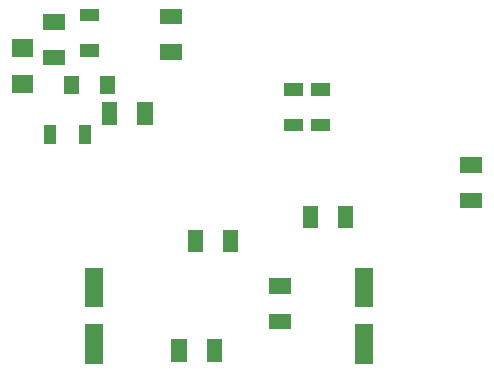
<source format=gbp>
G04 start of page 16 for group -4014 idx -4014 *
G04 Title: (unknown), bottompaste *
G04 Creator: pcb-gtk 20140316 *
G04 CreationDate: Tue 27 Oct 2015 07:07:31 AM GMT UTC *
G04 For: janik *
G04 Format: Gerber/RS-274X *
G04 PCB-Dimensions (mm): 45.72 38.10 *
G04 PCB-Coordinate-Origin: lower left *
%MOMM*%
%FSLAX43Y43*%
%LNGBP*%
%ADD189R,1.562X1.562*%
%ADD188R,1.270X1.270*%
%ADD187R,1.524X1.524*%
%ADD186R,1.300X1.300*%
%ADD185R,1.046X1.046*%
G54D185*X7112Y20493D02*Y19893D01*
X4112Y20493D02*Y19893D01*
G54D186*X23322Y4366D02*X23922D01*
X23322Y7366D02*X23922D01*
X39451Y17629D02*X40051D01*
X39451Y14629D02*X40051D01*
X4145Y29718D02*X4745D01*
X4145Y26718D02*X4745D01*
X9168Y22271D02*Y21671D01*
X12168Y22271D02*Y21671D01*
G54D185*X7193Y27305D02*X7793D01*
X7193Y30305D02*X7793D01*
G54D187*X1651Y24511D02*X1905D01*
X1651Y27559D02*X1905D01*
G54D188*X5969Y24511D02*Y24257D01*
X9017Y24511D02*Y24257D01*
G54D186*X14051Y30178D02*X14651D01*
X14051Y27178D02*X14651D01*
G54D185*X24465Y24003D02*X25065D01*
X24465Y21003D02*X25065D01*
X26751Y24003D02*X27351D01*
X26751Y21003D02*X27351D01*
G54D186*X29162Y13508D02*Y12908D01*
X26162Y13508D02*Y12908D01*
G54D189*X30734Y3352D02*Y1552D01*
Y8152D02*Y6352D01*
X7874Y3339D02*Y1539D01*
Y8139D02*Y6339D01*
G54D186*X15034Y2205D02*Y1605D01*
X18034Y2205D02*Y1605D01*
X16431Y11476D02*Y10876D01*
X19431Y11476D02*Y10876D01*
M02*

</source>
